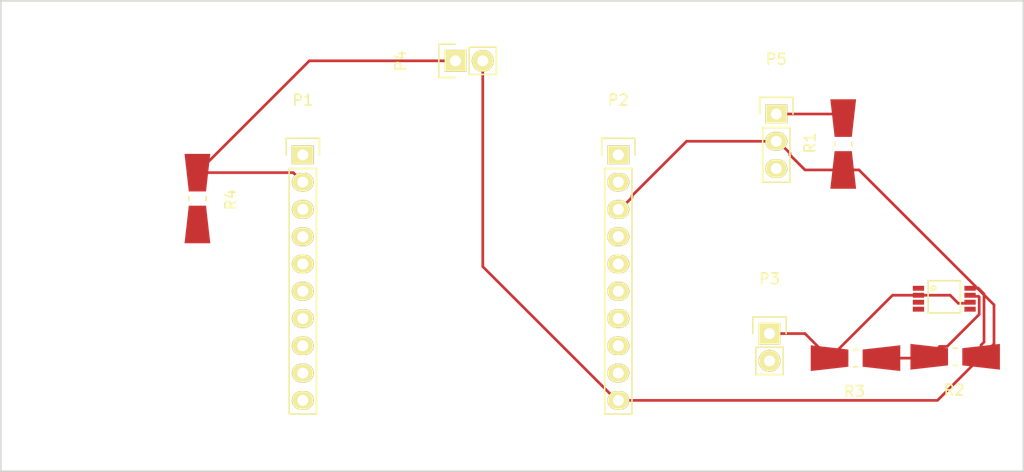
<source format=kicad_pcb>
(kicad_pcb (version 4) (host pcbnew 4.0.2-stable)

  (general
    (links 23)
    (no_connects 23)
    (area 41.834999 25.578999 137.108001 69.544001)
    (thickness 1.6)
    (drawings 4)
    (tracks 48)
    (zones 0)
    (modules 10)
    (nets 21)
  )

  (page A4)
  (layers
    (0 F.Cu signal)
    (31 B.Cu signal)
    (32 B.Adhes user)
    (33 F.Adhes user)
    (34 B.Paste user)
    (35 F.Paste user)
    (36 B.SilkS user)
    (37 F.SilkS user)
    (38 B.Mask user)
    (39 F.Mask user)
    (40 Dwgs.User user)
    (41 Cmts.User user)
    (42 Eco1.User user)
    (43 Eco2.User user)
    (44 Edge.Cuts user)
    (45 Margin user)
    (46 B.CrtYd user)
    (47 F.CrtYd user)
    (48 B.Fab user)
    (49 F.Fab user)
  )

  (setup
    (last_trace_width 0.25)
    (trace_clearance 0.2)
    (zone_clearance 0.508)
    (zone_45_only no)
    (trace_min 0.2)
    (segment_width 0.2)
    (edge_width 0.15)
    (via_size 0.6)
    (via_drill 0.4)
    (via_min_size 0.4)
    (via_min_drill 0.3)
    (uvia_size 0.3)
    (uvia_drill 0.1)
    (uvias_allowed no)
    (uvia_min_size 0.2)
    (uvia_min_drill 0.1)
    (pcb_text_width 0.3)
    (pcb_text_size 1.5 1.5)
    (mod_edge_width 0.15)
    (mod_text_size 1 1)
    (mod_text_width 0.15)
    (pad_size 1.524 1.524)
    (pad_drill 0.762)
    (pad_to_mask_clearance 0.2)
    (aux_axis_origin 0 0)
    (visible_elements FFFFFF7F)
    (pcbplotparams
      (layerselection 0x00030_ffffffff)
      (usegerberextensions false)
      (excludeedgelayer true)
      (linewidth 0.100000)
      (plotframeref false)
      (viasonmask false)
      (mode 1)
      (useauxorigin false)
      (hpglpennumber 1)
      (hpglpenspeed 20)
      (hpglpendiameter 15)
      (hpglpenoverlay 2)
      (psnegative false)
      (psa4output false)
      (plotreference true)
      (plotvalue true)
      (plotinvisibletext false)
      (padsonsilk false)
      (subtractmaskfromsilk false)
      (outputformat 1)
      (mirror false)
      (drillshape 1)
      (scaleselection 1)
      (outputdirectory ""))
  )

  (net 0 "")
  (net 1 /RST)
  (net 2 /ADC)
  (net 3 /CHIPD)
  (net 4 /gpio16)
  (net 5 /gpio14)
  (net 6 /gpio12)
  (net 7 /gpio13)
  (net 8 /gpio2)
  (net 9 /gpio0)
  (net 10 /gpio4)
  (net 11 /TXD)
  (net 12 /RXD)
  (net 13 /3.3V)
  (net 14 /Vin)
  (net 15 /HUM_electrodeA)
  (net 16 "Net-(R2-Pad2)")
  (net 17 "Net-(U2-Pad5)")
  (net 18 GND)
  (net 19 +5V)
  (net 20 "Net-(P5-Pad1)")

  (net_class Default "This is the default net class."
    (clearance 0.2)
    (trace_width 0.25)
    (via_dia 0.6)
    (via_drill 0.4)
    (uvia_dia 0.3)
    (uvia_drill 0.1)
    (add_net +5V)
    (add_net /3.3V)
    (add_net /ADC)
    (add_net /CHIPD)
    (add_net /HUM_electrodeA)
    (add_net /RST)
    (add_net /RXD)
    (add_net /TXD)
    (add_net /Vin)
    (add_net /gpio0)
    (add_net /gpio12)
    (add_net /gpio13)
    (add_net /gpio14)
    (add_net /gpio16)
    (add_net /gpio2)
    (add_net /gpio4)
    (add_net GND)
    (add_net "Net-(P5-Pad1)")
    (add_net "Net-(R2-Pad2)")
    (add_net "Net-(U2-Pad5)")
  )

  (module Pin_Headers:Pin_Header_Straight_1x10 (layer F.Cu) (tedit 0) (tstamp 576C518F)
    (at 70 40)
    (descr "Through hole pin header")
    (tags "pin header")
    (path /575B3390)
    (fp_text reference P1 (at 0 -5.1) (layer F.SilkS)
      (effects (font (size 1 1) (thickness 0.15)))
    )
    (fp_text value ESP_B (at 0 -3.1) (layer F.Fab)
      (effects (font (size 1 1) (thickness 0.15)))
    )
    (fp_line (start -1.75 -1.75) (end -1.75 24.65) (layer F.CrtYd) (width 0.05))
    (fp_line (start 1.75 -1.75) (end 1.75 24.65) (layer F.CrtYd) (width 0.05))
    (fp_line (start -1.75 -1.75) (end 1.75 -1.75) (layer F.CrtYd) (width 0.05))
    (fp_line (start -1.75 24.65) (end 1.75 24.65) (layer F.CrtYd) (width 0.05))
    (fp_line (start 1.27 1.27) (end 1.27 24.13) (layer F.SilkS) (width 0.15))
    (fp_line (start 1.27 24.13) (end -1.27 24.13) (layer F.SilkS) (width 0.15))
    (fp_line (start -1.27 24.13) (end -1.27 1.27) (layer F.SilkS) (width 0.15))
    (fp_line (start 1.55 -1.55) (end 1.55 0) (layer F.SilkS) (width 0.15))
    (fp_line (start 1.27 1.27) (end -1.27 1.27) (layer F.SilkS) (width 0.15))
    (fp_line (start -1.55 0) (end -1.55 -1.55) (layer F.SilkS) (width 0.15))
    (fp_line (start -1.55 -1.55) (end 1.55 -1.55) (layer F.SilkS) (width 0.15))
    (pad 1 thru_hole rect (at 0 0) (size 2.032 1.7272) (drill 1.016) (layers *.Cu *.Mask F.SilkS)
      (net 1 /RST))
    (pad 2 thru_hole oval (at 0 2.54) (size 2.032 1.7272) (drill 1.016) (layers *.Cu *.Mask F.SilkS)
      (net 2 /ADC))
    (pad 3 thru_hole oval (at 0 5.08) (size 2.032 1.7272) (drill 1.016) (layers *.Cu *.Mask F.SilkS)
      (net 3 /CHIPD))
    (pad 4 thru_hole oval (at 0 7.62) (size 2.032 1.7272) (drill 1.016) (layers *.Cu *.Mask F.SilkS)
      (net 4 /gpio16))
    (pad 5 thru_hole oval (at 0 10.16) (size 2.032 1.7272) (drill 1.016) (layers *.Cu *.Mask F.SilkS)
      (net 5 /gpio14))
    (pad 6 thru_hole oval (at 0 12.7) (size 2.032 1.7272) (drill 1.016) (layers *.Cu *.Mask F.SilkS)
      (net 6 /gpio12))
    (pad 7 thru_hole oval (at 0 15.24) (size 2.032 1.7272) (drill 1.016) (layers *.Cu *.Mask F.SilkS)
      (net 7 /gpio13))
    (pad 8 thru_hole oval (at 0 17.78) (size 2.032 1.7272) (drill 1.016) (layers *.Cu *.Mask F.SilkS)
      (net 13 /3.3V))
    (pad 9 thru_hole oval (at 0 20.32) (size 2.032 1.7272) (drill 1.016) (layers *.Cu *.Mask F.SilkS)
      (net 18 GND))
    (pad 10 thru_hole oval (at 0 22.86) (size 2.032 1.7272) (drill 1.016) (layers *.Cu *.Mask F.SilkS)
      (net 14 /Vin))
    (model Pin_Headers.3dshapes/Pin_Header_Straight_1x10.wrl
      (at (xyz 0 -0.45 0))
      (scale (xyz 1 1 1))
      (rotate (xyz 0 0 90))
    )
  )

  (module Pin_Headers:Pin_Header_Straight_1x10 (layer F.Cu) (tedit 0) (tstamp 576C519D)
    (at 99.35 40)
    (descr "Through hole pin header")
    (tags "pin header")
    (path /575C8911)
    (fp_text reference P2 (at 0 -5.1) (layer F.SilkS)
      (effects (font (size 1 1) (thickness 0.15)))
    )
    (fp_text value ESP_A (at 0 -3.1) (layer F.Fab)
      (effects (font (size 1 1) (thickness 0.15)))
    )
    (fp_line (start -1.75 -1.75) (end -1.75 24.65) (layer F.CrtYd) (width 0.05))
    (fp_line (start 1.75 -1.75) (end 1.75 24.65) (layer F.CrtYd) (width 0.05))
    (fp_line (start -1.75 -1.75) (end 1.75 -1.75) (layer F.CrtYd) (width 0.05))
    (fp_line (start -1.75 24.65) (end 1.75 24.65) (layer F.CrtYd) (width 0.05))
    (fp_line (start 1.27 1.27) (end 1.27 24.13) (layer F.SilkS) (width 0.15))
    (fp_line (start 1.27 24.13) (end -1.27 24.13) (layer F.SilkS) (width 0.15))
    (fp_line (start -1.27 24.13) (end -1.27 1.27) (layer F.SilkS) (width 0.15))
    (fp_line (start 1.55 -1.55) (end 1.55 0) (layer F.SilkS) (width 0.15))
    (fp_line (start 1.27 1.27) (end -1.27 1.27) (layer F.SilkS) (width 0.15))
    (fp_line (start -1.55 0) (end -1.55 -1.55) (layer F.SilkS) (width 0.15))
    (fp_line (start -1.55 -1.55) (end 1.55 -1.55) (layer F.SilkS) (width 0.15))
    (pad 1 thru_hole rect (at 0 0) (size 2.032 1.7272) (drill 1.016) (layers *.Cu *.Mask F.SilkS)
      (net 12 /RXD))
    (pad 2 thru_hole oval (at 0 2.54) (size 2.032 1.7272) (drill 1.016) (layers *.Cu *.Mask F.SilkS)
      (net 11 /TXD))
    (pad 3 thru_hole oval (at 0 5.08) (size 2.032 1.7272) (drill 1.016) (layers *.Cu *.Mask F.SilkS)
      (net 19 +5V))
    (pad 4 thru_hole oval (at 0 7.62) (size 2.032 1.7272) (drill 1.016) (layers *.Cu *.Mask F.SilkS)
      (net 10 /gpio4))
    (pad 5 thru_hole oval (at 0 10.16) (size 2.032 1.7272) (drill 1.016) (layers *.Cu *.Mask F.SilkS)
      (net 9 /gpio0))
    (pad 6 thru_hole oval (at 0 12.7) (size 2.032 1.7272) (drill 1.016) (layers *.Cu *.Mask F.SilkS)
      (net 8 /gpio2))
    (pad 7 thru_hole oval (at 0 15.24) (size 2.032 1.7272) (drill 1.016) (layers *.Cu *.Mask F.SilkS)
      (net 7 /gpio13))
    (pad 8 thru_hole oval (at 0 17.78) (size 2.032 1.7272) (drill 1.016) (layers *.Cu *.Mask F.SilkS)
      (net 13 /3.3V))
    (pad 9 thru_hole oval (at 0 20.32) (size 2.032 1.7272) (drill 1.016) (layers *.Cu *.Mask F.SilkS)
      (net 18 GND))
    (pad 10 thru_hole oval (at 0 22.86) (size 2.032 1.7272) (drill 1.016) (layers *.Cu *.Mask F.SilkS)
      (net 19 +5V))
    (model Pin_Headers.3dshapes/Pin_Header_Straight_1x10.wrl
      (at (xyz 0 -0.45 0))
      (scale (xyz 1 1 1))
      (rotate (xyz 0 0 90))
    )
  )

  (module Pin_Headers:Pin_Header_Straight_1x02 (layer F.Cu) (tedit 54EA090C) (tstamp 576F0274)
    (at 113.411 56.642)
    (descr "Through hole pin header")
    (tags "pin header")
    (path /576EF64D)
    (fp_text reference P3 (at 0 -5.1) (layer F.SilkS)
      (effects (font (size 1 1) (thickness 0.15)))
    )
    (fp_text value Humedad_suelo (at 0 -3.1) (layer F.Fab)
      (effects (font (size 1 1) (thickness 0.15)))
    )
    (fp_line (start 1.27 1.27) (end 1.27 3.81) (layer F.SilkS) (width 0.15))
    (fp_line (start 1.55 -1.55) (end 1.55 0) (layer F.SilkS) (width 0.15))
    (fp_line (start -1.75 -1.75) (end -1.75 4.3) (layer F.CrtYd) (width 0.05))
    (fp_line (start 1.75 -1.75) (end 1.75 4.3) (layer F.CrtYd) (width 0.05))
    (fp_line (start -1.75 -1.75) (end 1.75 -1.75) (layer F.CrtYd) (width 0.05))
    (fp_line (start -1.75 4.3) (end 1.75 4.3) (layer F.CrtYd) (width 0.05))
    (fp_line (start 1.27 1.27) (end -1.27 1.27) (layer F.SilkS) (width 0.15))
    (fp_line (start -1.55 0) (end -1.55 -1.55) (layer F.SilkS) (width 0.15))
    (fp_line (start -1.55 -1.55) (end 1.55 -1.55) (layer F.SilkS) (width 0.15))
    (fp_line (start -1.27 1.27) (end -1.27 3.81) (layer F.SilkS) (width 0.15))
    (fp_line (start -1.27 3.81) (end 1.27 3.81) (layer F.SilkS) (width 0.15))
    (pad 1 thru_hole rect (at 0 0) (size 2.032 2.032) (drill 1.016) (layers *.Cu *.Mask F.SilkS)
      (net 15 /HUM_electrodeA))
    (pad 2 thru_hole oval (at 0 2.54) (size 2.032 2.032) (drill 1.016) (layers *.Cu *.Mask F.SilkS)
      (net 18 GND))
    (model Pin_Headers.3dshapes/Pin_Header_Straight_1x02.wrl
      (at (xyz 0 -0.05 0))
      (scale (xyz 1 1 1))
      (rotate (xyz 0 0 90))
    )
  )

  (module Pin_Headers:Pin_Header_Straight_1x02 (layer F.Cu) (tedit 54EA090C) (tstamp 576F027A)
    (at 84.201 31.242 90)
    (descr "Through hole pin header")
    (tags "pin header")
    (path /576F00FE)
    (fp_text reference P4 (at 0 -5.1 90) (layer F.SilkS)
      (effects (font (size 1 1) (thickness 0.15)))
    )
    (fp_text value Fotocelda (at 0 -3.1 90) (layer F.Fab)
      (effects (font (size 1 1) (thickness 0.15)))
    )
    (fp_line (start 1.27 1.27) (end 1.27 3.81) (layer F.SilkS) (width 0.15))
    (fp_line (start 1.55 -1.55) (end 1.55 0) (layer F.SilkS) (width 0.15))
    (fp_line (start -1.75 -1.75) (end -1.75 4.3) (layer F.CrtYd) (width 0.05))
    (fp_line (start 1.75 -1.75) (end 1.75 4.3) (layer F.CrtYd) (width 0.05))
    (fp_line (start -1.75 -1.75) (end 1.75 -1.75) (layer F.CrtYd) (width 0.05))
    (fp_line (start -1.75 4.3) (end 1.75 4.3) (layer F.CrtYd) (width 0.05))
    (fp_line (start 1.27 1.27) (end -1.27 1.27) (layer F.SilkS) (width 0.15))
    (fp_line (start -1.55 0) (end -1.55 -1.55) (layer F.SilkS) (width 0.15))
    (fp_line (start -1.55 -1.55) (end 1.55 -1.55) (layer F.SilkS) (width 0.15))
    (fp_line (start -1.27 1.27) (end -1.27 3.81) (layer F.SilkS) (width 0.15))
    (fp_line (start -1.27 3.81) (end 1.27 3.81) (layer F.SilkS) (width 0.15))
    (pad 1 thru_hole rect (at 0 0 90) (size 2.032 2.032) (drill 1.016) (layers *.Cu *.Mask F.SilkS)
      (net 2 /ADC))
    (pad 2 thru_hole oval (at 0 2.54 90) (size 2.032 2.032) (drill 1.016) (layers *.Cu *.Mask F.SilkS)
      (net 19 +5V))
    (model Pin_Headers.3dshapes/Pin_Header_Straight_1x02.wrl
      (at (xyz 0 -0.05 0))
      (scale (xyz 1 1 1))
      (rotate (xyz 0 0 90))
    )
  )

  (module Resistors_Universal:Resistor_SMDuniversal_0805to1206_HandSoldering (layer F.Cu) (tedit 0) (tstamp 576F0280)
    (at 120.269 38.989 90)
    (descr "Resistor, SMD, universal, 0805 to 1206, Hand soldering,")
    (tags "Resistor, SMD, universal, 0805 to 1206, Hand soldering,")
    (path /5772F1DE)
    (fp_text reference R1 (at 0.09906 -3.0988 90) (layer F.SilkS)
      (effects (font (size 1 1) (thickness 0.15)))
    )
    (fp_text value 10K (at -0.39878 4.20116 90) (layer F.Fab)
      (effects (font (size 1 1) (thickness 0.15)))
    )
    (fp_line (start 0 0.8001) (end 0.20066 0.8001) (layer F.SilkS) (width 0.15))
    (fp_line (start 0 0.8001) (end -0.20066 0.8001) (layer F.SilkS) (width 0.15))
    (fp_line (start -0.09906 -0.8001) (end -0.20066 -0.8001) (layer F.SilkS) (width 0.15))
    (fp_line (start -0.20066 -0.8001) (end 0.20066 -0.8001) (layer F.SilkS) (width 0.15))
    (pad 1 smd trapezoid (at -2.413 0 90) (size 3.50012 1.99898) (rect_delta 0.39878 0 ) (layers F.Cu F.Paste F.Mask)
      (net 19 +5V))
    (pad 2 smd trapezoid (at 2.413 0 270) (size 3.50012 1.99898) (rect_delta 0.39878 0 ) (layers F.Cu F.Paste F.Mask)
      (net 20 "Net-(P5-Pad1)"))
  )

  (module Resistors_Universal:Resistor_SMDuniversal_0805to1206_HandSoldering (layer F.Cu) (tedit 0) (tstamp 576F0286)
    (at 130.683 58.801 180)
    (descr "Resistor, SMD, universal, 0805 to 1206, Hand soldering,")
    (tags "Resistor, SMD, universal, 0805 to 1206, Hand soldering,")
    (path /576EF428)
    (fp_text reference R2 (at 0.09906 -3.0988 180) (layer F.SilkS)
      (effects (font (size 1 1) (thickness 0.15)))
    )
    (fp_text value 10K (at -0.39878 4.20116 180) (layer F.Fab)
      (effects (font (size 1 1) (thickness 0.15)))
    )
    (fp_line (start 0 0.8001) (end 0.20066 0.8001) (layer F.SilkS) (width 0.15))
    (fp_line (start 0 0.8001) (end -0.20066 0.8001) (layer F.SilkS) (width 0.15))
    (fp_line (start -0.09906 -0.8001) (end -0.20066 -0.8001) (layer F.SilkS) (width 0.15))
    (fp_line (start -0.20066 -0.8001) (end 0.20066 -0.8001) (layer F.SilkS) (width 0.15))
    (pad 1 smd trapezoid (at -2.413 0 180) (size 3.50012 1.99898) (rect_delta 0.39878 0 ) (layers F.Cu F.Paste F.Mask)
      (net 19 +5V))
    (pad 2 smd trapezoid (at 2.413 0) (size 3.50012 1.99898) (rect_delta 0.39878 0 ) (layers F.Cu F.Paste F.Mask)
      (net 16 "Net-(R2-Pad2)"))
  )

  (module Resistors_Universal:Resistor_SMDuniversal_0805to1206_HandSoldering (layer F.Cu) (tedit 0) (tstamp 576F028C)
    (at 121.412 58.928 180)
    (descr "Resistor, SMD, universal, 0805 to 1206, Hand soldering,")
    (tags "Resistor, SMD, universal, 0805 to 1206, Hand soldering,")
    (path /576EF500)
    (fp_text reference R3 (at 0.09906 -3.0988 180) (layer F.SilkS)
      (effects (font (size 1 1) (thickness 0.15)))
    )
    (fp_text value 10K (at -0.39878 4.20116 180) (layer F.Fab)
      (effects (font (size 1 1) (thickness 0.15)))
    )
    (fp_line (start 0 0.8001) (end 0.20066 0.8001) (layer F.SilkS) (width 0.15))
    (fp_line (start 0 0.8001) (end -0.20066 0.8001) (layer F.SilkS) (width 0.15))
    (fp_line (start -0.09906 -0.8001) (end -0.20066 -0.8001) (layer F.SilkS) (width 0.15))
    (fp_line (start -0.20066 -0.8001) (end 0.20066 -0.8001) (layer F.SilkS) (width 0.15))
    (pad 1 smd trapezoid (at -2.413 0 180) (size 3.50012 1.99898) (rect_delta 0.39878 0 ) (layers F.Cu F.Paste F.Mask)
      (net 16 "Net-(R2-Pad2)"))
    (pad 2 smd trapezoid (at 2.413 0) (size 3.50012 1.99898) (rect_delta 0.39878 0 ) (layers F.Cu F.Paste F.Mask)
      (net 15 /HUM_electrodeA))
  )

  (module Resistors_Universal:Resistor_SMDuniversal_0805to1206_HandSoldering (layer F.Cu) (tedit 0) (tstamp 576F0292)
    (at 60.198 44.069 270)
    (descr "Resistor, SMD, universal, 0805 to 1206, Hand soldering,")
    (tags "Resistor, SMD, universal, 0805 to 1206, Hand soldering,")
    (path /576F0226)
    (fp_text reference R4 (at 0.09906 -3.0988 270) (layer F.SilkS)
      (effects (font (size 1 1) (thickness 0.15)))
    )
    (fp_text value 10K (at -0.39878 4.20116 270) (layer F.Fab)
      (effects (font (size 1 1) (thickness 0.15)))
    )
    (fp_line (start 0 0.8001) (end 0.20066 0.8001) (layer F.SilkS) (width 0.15))
    (fp_line (start 0 0.8001) (end -0.20066 0.8001) (layer F.SilkS) (width 0.15))
    (fp_line (start -0.09906 -0.8001) (end -0.20066 -0.8001) (layer F.SilkS) (width 0.15))
    (fp_line (start -0.20066 -0.8001) (end 0.20066 -0.8001) (layer F.SilkS) (width 0.15))
    (pad 1 smd trapezoid (at -2.413 0 270) (size 3.50012 1.99898) (rect_delta 0.39878 0 ) (layers F.Cu F.Paste F.Mask)
      (net 2 /ADC))
    (pad 2 smd trapezoid (at 2.413 0 90) (size 3.50012 1.99898) (rect_delta 0.39878 0 ) (layers F.Cu F.Paste F.Mask)
      (net 18 GND))
  )

  (module footprints:555 (layer F.Cu) (tedit 576EEE93) (tstamp 576F02AA)
    (at 129.667 53.721 270)
    (path /576D9AC7)
    (fp_text reference U2 (at 0 4.0894 270) (layer F.SilkS) hide
      (effects (font (size 1 1) (thickness 0.15)))
    )
    (fp_text value 555 (at 0 -3.6576 270) (layer F.Fab)
      (effects (font (size 1 1) (thickness 0.15)))
    )
    (fp_circle (center -1.3 1) (end -1.50876 1) (layer F.SilkS) (width 0.15))
    (fp_line (start 1 -1.5) (end 1 1.5) (layer F.SilkS) (width 0.15))
    (fp_line (start -2 -1.501) (end 1 -1.501) (layer F.SilkS) (width 0.15))
    (fp_line (start -2 1.5) (end 1 1.5) (layer F.SilkS) (width 0.15))
    (fp_line (start -2 -1.5) (end -2 1.5) (layer F.SilkS) (width 0.15))
    (pad 8 smd rect (at -1.3 -2.4 270) (size 0.45 1.05) (layers F.Cu F.Paste F.Mask)
      (net 19 +5V))
    (pad 6 smd rect (at 0 -2.4 270) (size 0.45 1.05) (layers F.Cu F.Paste F.Mask)
      (net 15 /HUM_electrodeA))
    (pad 3 smd rect (at 0 2.4 270) (size 0.45 1.05) (layers F.Cu F.Paste F.Mask)
      (net 10 /gpio4))
    (pad 7 smd rect (at -0.65 -2.4 270) (size 0.45 1.05) (layers F.Cu F.Paste F.Mask)
      (net 16 "Net-(R2-Pad2)"))
    (pad 5 smd rect (at 0.65 -2.4 270) (size 0.45 1.05) (layers F.Cu F.Paste F.Mask)
      (net 17 "Net-(U2-Pad5)"))
    (pad 4 smd rect (at 0.65 2.4 270) (size 0.45 1.05) (layers F.Cu F.Paste F.Mask)
      (net 19 +5V))
    (pad 2 smd rect (at -0.65 2.4 270) (size 0.45 1.05) (layers F.Cu F.Paste F.Mask)
      (net 15 /HUM_electrodeA))
    (pad 1 smd rect (at -1.3 2.4 270) (size 0.45 1.05) (layers F.Cu F.Paste F.Mask)
      (net 18 GND))
  )

  (module Pin_Headers:Pin_Header_Straight_1x03 (layer F.Cu) (tedit 0) (tstamp 5772F36D)
    (at 114.046 36.195)
    (descr "Through hole pin header")
    (tags "pin header")
    (path /5772F05A)
    (fp_text reference P5 (at 0 -5.1) (layer F.SilkS)
      (effects (font (size 1 1) (thickness 0.15)))
    )
    (fp_text value DHT11 (at 0 -3.1) (layer F.Fab)
      (effects (font (size 1 1) (thickness 0.15)))
    )
    (fp_line (start -1.75 -1.75) (end -1.75 6.85) (layer F.CrtYd) (width 0.05))
    (fp_line (start 1.75 -1.75) (end 1.75 6.85) (layer F.CrtYd) (width 0.05))
    (fp_line (start -1.75 -1.75) (end 1.75 -1.75) (layer F.CrtYd) (width 0.05))
    (fp_line (start -1.75 6.85) (end 1.75 6.85) (layer F.CrtYd) (width 0.05))
    (fp_line (start -1.27 1.27) (end -1.27 6.35) (layer F.SilkS) (width 0.15))
    (fp_line (start -1.27 6.35) (end 1.27 6.35) (layer F.SilkS) (width 0.15))
    (fp_line (start 1.27 6.35) (end 1.27 1.27) (layer F.SilkS) (width 0.15))
    (fp_line (start 1.55 -1.55) (end 1.55 0) (layer F.SilkS) (width 0.15))
    (fp_line (start 1.27 1.27) (end -1.27 1.27) (layer F.SilkS) (width 0.15))
    (fp_line (start -1.55 0) (end -1.55 -1.55) (layer F.SilkS) (width 0.15))
    (fp_line (start -1.55 -1.55) (end 1.55 -1.55) (layer F.SilkS) (width 0.15))
    (pad 1 thru_hole rect (at 0 0) (size 2.032 1.7272) (drill 1.016) (layers *.Cu *.Mask F.SilkS)
      (net 20 "Net-(P5-Pad1)"))
    (pad 2 thru_hole oval (at 0 2.54) (size 2.032 1.7272) (drill 1.016) (layers *.Cu *.Mask F.SilkS)
      (net 19 +5V))
    (pad 3 thru_hole oval (at 0 5.08) (size 2.032 1.7272) (drill 1.016) (layers *.Cu *.Mask F.SilkS)
      (net 18 GND))
    (model Pin_Headers.3dshapes/Pin_Header_Straight_1x03.wrl
      (at (xyz 0 -0.1 0))
      (scale (xyz 1 1 1))
      (rotate (xyz 0 0 90))
    )
  )

  (gr_line (start 41.91 69.469) (end 137.033 69.469) (angle 90) (layer Edge.Cuts) (width 0.15))
  (gr_line (start 41.91 25.654) (end 41.91 69.469) (angle 90) (layer Edge.Cuts) (width 0.15))
  (gr_line (start 137.033 25.654) (end 41.91 25.654) (angle 90) (layer Edge.Cuts) (width 0.15))
  (gr_line (start 137.033 69.469) (end 137.033 25.654) (angle 90) (layer Edge.Cuts) (width 0.15))

  (segment (start 60.198 41.656) (end 69.116 41.656) (width 0.25) (layer F.Cu) (net 2))
  (segment (start 69.116 41.656) (end 70 42.54) (width 0.25) (layer F.Cu) (net 2))
  (segment (start 84.201 31.242) (end 70.612 31.242) (width 0.25) (layer F.Cu) (net 2))
  (segment (start 70.612 31.242) (end 60.198 41.656) (width 0.25) (layer F.Cu) (net 2))
  (segment (start 131.967001 53.820999) (end 132.067 53.721) (width 0.25) (layer F.Cu) (net 15))
  (segment (start 130.217176 53.071) (end 130.967175 53.820999) (width 0.25) (layer F.Cu) (net 15))
  (segment (start 127.267 53.071) (end 130.217176 53.071) (width 0.25) (layer F.Cu) (net 15))
  (segment (start 130.967175 53.820999) (end 131.967001 53.820999) (width 0.25) (layer F.Cu) (net 15))
  (segment (start 124.856 53.071) (end 127.267 53.071) (width 0.25) (layer F.Cu) (net 15))
  (segment (start 118.999 58.928) (end 124.856 53.071) (width 0.25) (layer F.Cu) (net 15))
  (segment (start 113.411 56.642) (end 116.713 56.642) (width 0.25) (layer F.Cu) (net 15))
  (segment (start 116.713 56.642) (end 118.999 58.928) (width 0.25) (layer F.Cu) (net 15))
  (segment (start 128.27 58.801) (end 129.237972 57.833028) (width 0.25) (layer F.Cu) (net 16))
  (segment (start 132.917001 53.235999) (end 132.852001 53.170999) (width 0.25) (layer F.Cu) (net 16))
  (segment (start 132.166999 53.170999) (end 132.067 53.071) (width 0.25) (layer F.Cu) (net 16))
  (segment (start 129.237972 57.833028) (end 129.939974 57.833028) (width 0.25) (layer F.Cu) (net 16))
  (segment (start 132.852001 53.170999) (end 132.166999 53.170999) (width 0.25) (layer F.Cu) (net 16))
  (segment (start 129.939974 57.833028) (end 132.917001 54.856001) (width 0.25) (layer F.Cu) (net 16))
  (segment (start 132.917001 54.856001) (end 132.917001 53.235999) (width 0.25) (layer F.Cu) (net 16))
  (segment (start 123.825 58.928) (end 128.143 58.928) (width 0.25) (layer F.Cu) (net 16))
  (segment (start 128.143 58.928) (end 128.27 58.801) (width 0.25) (layer F.Cu) (net 16))
  (segment (start 133.096 58.801) (end 134.294717 57.602283) (width 0.25) (layer F.Cu) (net 19))
  (segment (start 121.733002 41.402) (end 121.36849 41.402) (width 0.25) (layer F.Cu) (net 19))
  (segment (start 121.36849 41.402) (end 120.269 41.402) (width 0.25) (layer F.Cu) (net 19))
  (segment (start 134.294717 57.602283) (end 134.294717 53.963715) (width 0.25) (layer F.Cu) (net 19))
  (segment (start 134.294717 53.963715) (end 121.733002 41.402) (width 0.25) (layer F.Cu) (net 19))
  (segment (start 86.741 31.242) (end 86.741 50.4034) (width 0.25) (layer F.Cu) (net 19))
  (segment (start 86.741 50.4034) (end 99.1976 62.86) (width 0.25) (layer F.Cu) (net 19))
  (segment (start 99.1976 62.86) (end 99.35 62.86) (width 0.25) (layer F.Cu) (net 19))
  (segment (start 99.35 62.86) (end 129.037 62.86) (width 0.25) (layer F.Cu) (net 19))
  (segment (start 129.037 62.86) (end 133.096 58.801) (width 0.25) (layer F.Cu) (net 19))
  (segment (start 114.046 38.735) (end 105.695 38.735) (width 0.25) (layer F.Cu) (net 19))
  (segment (start 105.695 38.735) (end 100.616 43.814) (width 0.25) (layer F.Cu) (net 19))
  (segment (start 100.616 43.814) (end 100.616 43.9664) (width 0.25) (layer F.Cu) (net 19))
  (segment (start 100.616 43.9664) (end 99.5024 45.08) (width 0.25) (layer F.Cu) (net 19))
  (segment (start 99.5024 45.08) (end 99.35 45.08) (width 0.25) (layer F.Cu) (net 19))
  (segment (start 120.269 41.402) (end 116.713 41.402) (width 0.25) (layer F.Cu) (net 19))
  (segment (start 116.713 41.402) (end 115.312 40.001) (width 0.25) (layer F.Cu) (net 19))
  (segment (start 115.312 40.001) (end 115.312 39.8486) (width 0.25) (layer F.Cu) (net 19))
  (segment (start 115.312 39.8486) (end 114.1984 38.735) (width 0.25) (layer F.Cu) (net 19))
  (segment (start 114.1984 38.735) (end 114.046 38.735) (width 0.25) (layer F.Cu) (net 19))
  (segment (start 133.096 58.801) (end 133.096 57.70151) (width 0.25) (layer F.Cu) (net 19))
  (segment (start 133.096 57.70151) (end 133.36701 57.4305) (width 0.25) (layer F.Cu) (net 19))
  (segment (start 133.36701 57.4305) (end 133.36701 52.94601) (width 0.25) (layer F.Cu) (net 19))
  (segment (start 133.36701 52.94601) (end 132.842 52.421) (width 0.25) (layer F.Cu) (net 19))
  (segment (start 132.842 52.421) (end 132.067 52.421) (width 0.25) (layer F.Cu) (net 19))
  (segment (start 114.046 36.195) (end 119.888 36.195) (width 0.25) (layer F.Cu) (net 20))
  (segment (start 119.888 36.195) (end 120.269 36.576) (width 0.25) (layer F.Cu) (net 20))

)

</source>
